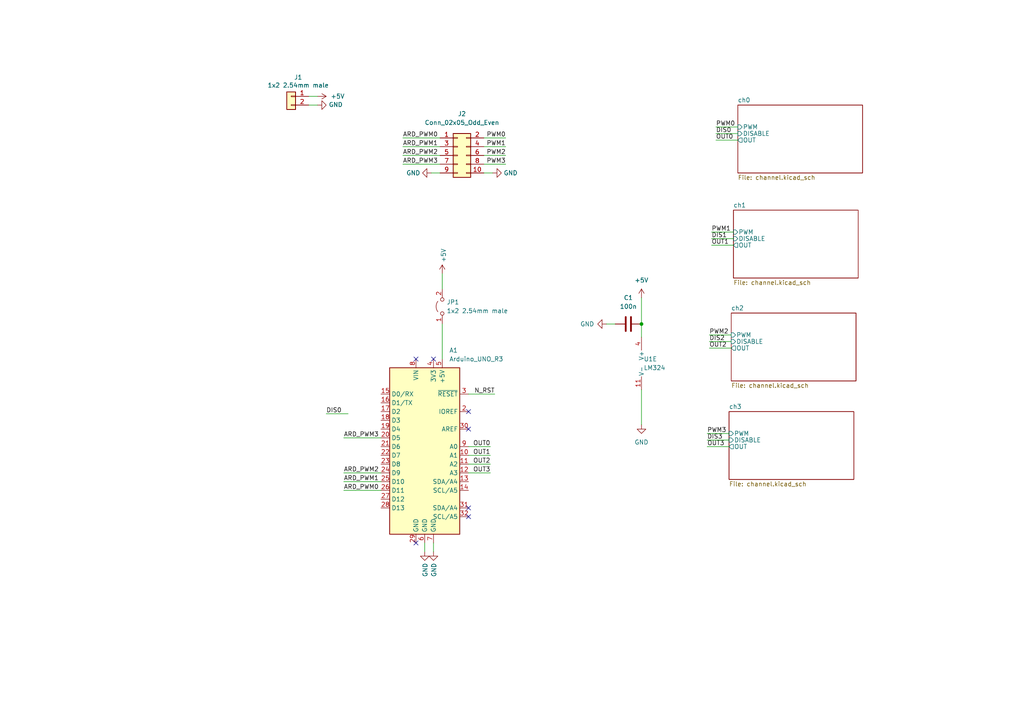
<source format=kicad_sch>
(kicad_sch (version 20211123) (generator eeschema)
  (paper "A4")
  (lib_symbols
    (symbol "Amplifier_Operational:LM324" (pin_names (offset 0.127))
      (property "Reference" "U" (at 0 5.08 0))
      (property "Value" "LM324" (at 0 -5.08 0))
      (symbol "LM324_1_1"
        (polyline (pts (xy -5.08 5.08) (xy 5.08 0) (xy -5.08 -5.08) (xy -5.08 5.08)) (stroke (width 0.254)) (fill (type background)))
        (pin output line (at 7.62 0 180) (length 2.54) (name "~") (number "1"))
        (pin input line (at -7.62 -2.54 0) (length 2.54) (name "-") (number "2"))
        (pin input line (at -7.62 2.54 0) (length 2.54) (name "+") (number "3"))
      )
      (symbol "LM324_2_1"
        (polyline (pts (xy -5.08 5.08) (xy 5.08 0) (xy -5.08 -5.08) (xy -5.08 5.08)) (stroke (width 0.254)) (fill (type background)))
        (pin input line (at -7.62 2.54 0) (length 2.54) (name "+") (number "5"))
        (pin input line (at -7.62 -2.54 0) (length 2.54) (name "-") (number "6"))
        (pin output line (at 7.62 0 180) (length 2.54) (name "~") (number "7"))
      )
      (symbol "LM324_3_1"
        (polyline (pts (xy -5.08 5.08) (xy 5.08 0) (xy -5.08 -5.08) (xy -5.08 5.08)) (stroke (width 0.254)) (fill (type background)))
        (pin input line (at -7.62 2.54 0) (length 2.54) (name "+") (number "10"))
        (pin output line (at 7.62 0 180) (length 2.54) (name "~") (number "8"))
        (pin input line (at -7.62 -2.54 0) (length 2.54) (name "-") (number "9"))
      )
      (symbol "LM324_4_1"
        (polyline (pts (xy -5.08 5.08) (xy 5.08 0) (xy -5.08 -5.08) (xy -5.08 5.08)) (stroke (width 0.254)) (fill (type background)))
        (pin input line (at -7.62 2.54 0) (length 2.54) (name "+") (number "12"))
        (pin input line (at -7.62 -2.54 0) (length 2.54) (name "-") (number "13"))
        (pin output line (at 7.62 0 180) (length 2.54) (name "~") (number "14"))
      )
      (symbol "LM324_5_1"
        (pin power_in line (at -2.54 -7.62 90) (length 3.81) (name "V-") (number "11"))
        (pin power_in line (at -2.54 7.62 270) (length 3.81) (name "V+") (number "4"))
      )
    )
    (symbol "Connector_Generic:Conn_01x02" (pin_names (offset 1.016) hide)
      (property "Reference" "J" (at 0 2.54 0))
      (property "Value" "Conn_01x02" (at 0 -5.08 0))
      (symbol "Conn_01x02_1_1"
        (rectangle (start -1.27 -2.413) (end 0 -2.667) (stroke (width 0.1524)))
        (rectangle (start -1.27 0.127) (end 0 -0.127) (stroke (width 0.1524)))
        (rectangle (start -1.27 1.27) (end 1.27 -3.81) (stroke (width 0.254)) (fill (type background)))
        (pin passive line (at -5.08 0 0) (length 3.81) (name "Pin_1") (number "1"))
        (pin passive line (at -5.08 -2.54 0) (length 3.81) (name "Pin_2") (number "2"))
      )
    )
    (symbol "Connector_Generic:Conn_02x05_Odd_Even" (pin_names (offset 1.016) hide)
      (property "Reference" "J" (at 1.27 7.62 0))
      (property "Value" "Conn_02x05_Odd_Even" (at 1.27 -7.62 0))
      (symbol "Conn_02x05_Odd_Even_1_1"
        (rectangle (start -1.27 -4.953) (end 0 -5.207) (stroke (width 0.1524)))
        (rectangle (start -1.27 -2.413) (end 0 -2.667) (stroke (width 0.1524)))
        (rectangle (start -1.27 0.127) (end 0 -0.127) (stroke (width 0.1524)))
        (rectangle (start -1.27 2.667) (end 0 2.413) (stroke (width 0.1524)))
        (rectangle (start -1.27 5.207) (end 0 4.953) (stroke (width 0.1524)))
        (rectangle (start -1.27 6.35) (end 3.81 -6.35) (stroke (width 0.254)) (fill (type background)))
        (rectangle (start 3.81 -4.953) (end 2.54 -5.207) (stroke (width 0.1524)))
        (rectangle (start 3.81 -2.413) (end 2.54 -2.667) (stroke (width 0.1524)))
        (rectangle (start 3.81 0.127) (end 2.54 -0.127) (stroke (width 0.1524)))
        (rectangle (start 3.81 2.667) (end 2.54 2.413) (stroke (width 0.1524)))
        (rectangle (start 3.81 5.207) (end 2.54 4.953) (stroke (width 0.1524)))
        (pin passive line (at -5.08 5.08 0) (length 3.81) (name "Pin_1") (number "1"))
        (pin passive line (at 7.62 -5.08 180) (length 3.81) (name "Pin_10") (number "10"))
        (pin passive line (at 7.62 5.08 180) (length 3.81) (name "Pin_2") (number "2"))
        (pin passive line (at -5.08 2.54 0) (length 3.81) (name "Pin_3") (number "3"))
        (pin passive line (at 7.62 2.54 180) (length 3.81) (name "Pin_4") (number "4"))
        (pin passive line (at -5.08 0 0) (length 3.81) (name "Pin_5") (number "5"))
        (pin passive line (at 7.62 0 180) (length 3.81) (name "Pin_6") (number "6"))
        (pin passive line (at -5.08 -2.54 0) (length 3.81) (name "Pin_7") (number "7"))
        (pin passive line (at 7.62 -2.54 180) (length 3.81) (name "Pin_8") (number "8"))
        (pin passive line (at -5.08 -5.08 0) (length 3.81) (name "Pin_9") (number "9"))
      )
    )
    (symbol "Device:C" (pin_numbers hide) (pin_names (offset 0.254))
      (property "Reference" "C" (at 0.635 2.54 0))
      (property "Value" "C" (at 0.635 -2.54 0))
      (symbol "C_0_1"
        (polyline (pts (xy -2.032 -0.762) (xy 2.032 -0.762)) (stroke (width 0.508)))
        (polyline (pts (xy -2.032 0.762) (xy 2.032 0.762)) (stroke (width 0.508)))
      )
      (symbol "C_1_1"
        (pin passive line (at 0 3.81 270) (length 2.794) (name "~") (number "1"))
        (pin passive line (at 0 -3.81 90) (length 2.794) (name "~") (number "2"))
      )
    )
    (symbol "Jumper:Jumper_2_Open" (pin_names (offset 0) hide)
      (property "Reference" "JP" (at 0 2.794 0))
      (property "Value" "Jumper_2_Open" (at 0 -2.286 0))
      (symbol "Jumper_2_Open_0_0"
        (circle (center -2.032 0) (radius 0.508))
        (circle (center 2.032 0) (radius 0.508))
      )
      (symbol "Jumper_2_Open_0_1"
        (arc (start 1.524 1.27) (mid 0 1.778) (end -1.524 1.27))
      )
      (symbol "Jumper_2_Open_1_1"
        (pin passive line (at -5.08 0 0) (length 2.54) (name "A") (number "1"))
        (pin passive line (at 5.08 0 180) (length 2.54) (name "B") (number "2"))
      )
    )
    (symbol "MCU_Module:Arduino_UNO_R3"
      (property "Reference" "A" (at -10.16 23.495 0))
      (property "Value" "Arduino_UNO_R3" (at 5.08 -26.67 0))
      (symbol "Arduino_UNO_R3_0_1"
        (rectangle (start -10.16 22.86) (end 10.16 -25.4) (stroke (width 0.254)) (fill (type background)))
      )
      (symbol "Arduino_UNO_R3_1_1"
        (pin no_connect line (at -10.16 -20.32 0) (length 2.54) hide (name "NC") (number "1"))
        (pin bidirectional line (at 12.7 -2.54 180) (length 2.54) (name "A1") (number "10"))
        (pin bidirectional line (at 12.7 -5.08 180) (length 2.54) (name "A2") (number "11"))
        (pin bidirectional line (at 12.7 -7.62 180) (length 2.54) (name "A3") (number "12"))
        (pin bidirectional line (at 12.7 -10.16 180) (length 2.54) (name "SDA/A4") (number "13"))
        (pin bidirectional line (at 12.7 -12.7 180) (length 2.54) (name "SCL/A5") (number "14"))
        (pin bidirectional line (at -12.7 15.24 0) (length 2.54) (name "D0/RX") (number "15"))
        (pin bidirectional line (at -12.7 12.7 0) (length 2.54) (name "D1/TX") (number "16"))
        (pin bidirectional line (at -12.7 10.16 0) (length 2.54) (name "D2") (number "17"))
        (pin bidirectional line (at -12.7 7.62 0) (length 2.54) (name "D3") (number "18"))
        (pin bidirectional line (at -12.7 5.08 0) (length 2.54) (name "D4") (number "19"))
        (pin output line (at 12.7 10.16 180) (length 2.54) (name "IOREF") (number "2"))
        (pin bidirectional line (at -12.7 2.54 0) (length 2.54) (name "D5") (number "20"))
        (pin bidirectional line (at -12.7 0 0) (length 2.54) (name "D6") (number "21"))
        (pin bidirectional line (at -12.7 -2.54 0) (length 2.54) (name "D7") (number "22"))
        (pin bidirectional line (at -12.7 -5.08 0) (length 2.54) (name "D8") (number "23"))
        (pin bidirectional line (at -12.7 -7.62 0) (length 2.54) (name "D9") (number "24"))
        (pin bidirectional line (at -12.7 -10.16 0) (length 2.54) (name "D10") (number "25"))
        (pin bidirectional line (at -12.7 -12.7 0) (length 2.54) (name "D11") (number "26"))
        (pin bidirectional line (at -12.7 -15.24 0) (length 2.54) (name "D12") (number "27"))
        (pin bidirectional line (at -12.7 -17.78 0) (length 2.54) (name "D13") (number "28"))
        (pin power_in line (at -2.54 -27.94 90) (length 2.54) (name "GND") (number "29"))
        (pin input line (at 12.7 15.24 180) (length 2.54) (name "~{RESET}") (number "3"))
        (pin input line (at 12.7 5.08 180) (length 2.54) (name "AREF") (number "30"))
        (pin bidirectional line (at 12.7 -17.78 180) (length 2.54) (name "SDA/A4") (number "31"))
        (pin bidirectional line (at 12.7 -20.32 180) (length 2.54) (name "SCL/A5") (number "32"))
        (pin power_out line (at 2.54 25.4 270) (length 2.54) (name "3V3") (number "4"))
        (pin power_out line (at 5.08 25.4 270) (length 2.54) (name "+5V") (number "5"))
        (pin power_in line (at 0 -27.94 90) (length 2.54) (name "GND") (number "6"))
        (pin power_in line (at 2.54 -27.94 90) (length 2.54) (name "GND") (number "7"))
        (pin power_in line (at -2.54 25.4 270) (length 2.54) (name "VIN") (number "8"))
        (pin bidirectional line (at 12.7 0 180) (length 2.54) (name "A0") (number "9"))
      )
    )
    (symbol "power:+5V" (power) (pin_names (offset 0))
      (property "Value" "+5V" (at 0 3.556 0))
      (symbol "+5V_0_1"
        (polyline (pts (xy -0.762 1.27) (xy 0 2.54)))
        (polyline (pts (xy 0 0) (xy 0 2.54)))
        (polyline (pts (xy 0 2.54) (xy 0.762 1.27)))
      )
      (symbol "+5V_1_1"
        (pin power_in line (at 0 0 90) (length 0) hide (name "+5V") (number "1"))
      )
    )
    (symbol "power:GND" (power) (pin_names (offset 0))
      (property "Value" "GND" (at 0 -3.81 0))
      (symbol "GND_0_1"
        (polyline (pts (xy 0 0) (xy 0 -1.27) (xy 1.27 -1.27) (xy 0 -2.54) (xy -1.27 -1.27) (xy 0 -1.27)))
      )
      (symbol "GND_1_1"
        (pin power_in line (at 0 0 270) (length 0) hide (name "GND") (number "1"))
      )
    )
  )
  (junction (at 186.055 93.98))
  (no_connect (at 135.89 124.46))
  (no_connect (at 135.89 147.32))
  (no_connect (at 125.73 104.14))
  (no_connect (at 135.89 119.38))
  (no_connect (at 120.65 104.14))
  (no_connect (at 135.89 149.86))
  (no_connect (at 120.65 157.48))
  (wire (pts (xy 142.24 129.54) (xy 135.89 129.54)))
  (wire (pts (xy 128.27 79.375) (xy 128.27 83.82)))
  (wire (pts (xy 99.695 137.16) (xy 110.49 137.16)))
  (wire (pts (xy 116.84 40.005) (xy 127.635 40.005)))
  (wire (pts (xy 146.685 42.545) (xy 140.335 42.545)))
  (wire (pts (xy 146.685 40.005) (xy 140.335 40.005)))
  (wire (pts (xy 186.055 113.03) (xy 186.055 123.19)))
  (wire (pts (xy 116.84 45.085) (xy 127.635 45.085)))
  (wire (pts (xy 116.84 42.545) (xy 127.635 42.545)))
  (wire (pts (xy 186.055 86.36) (xy 186.055 93.98)))
  (wire (pts (xy 186.055 93.98) (xy 186.055 97.79)))
  (wire (pts (xy 205.74 97.155) (xy 212.09 97.155)))
  (wire (pts (xy 128.27 93.98) (xy 128.27 104.14)))
  (wire (pts (xy 175.895 93.98) (xy 178.435 93.98)))
  (wire (pts (xy 205.105 129.54) (xy 211.455 129.54)))
  (wire (pts (xy 123.19 160.02) (xy 123.19 157.48)))
  (wire (pts (xy 116.84 47.625) (xy 127.635 47.625)))
  (wire (pts (xy 207.645 36.83) (xy 213.995 36.83)))
  (wire (pts (xy 207.645 38.735) (xy 213.995 38.735)))
  (wire (pts (xy 142.24 134.62) (xy 135.89 134.62)))
  (wire (pts (xy 142.24 137.16) (xy 135.89 137.16)))
  (wire (pts (xy 205.74 100.965) (xy 212.09 100.965)))
  (wire (pts (xy 99.695 142.24) (xy 110.49 142.24)))
  (wire (pts (xy 127.635 50.165) (xy 125.095 50.165)))
  (wire (pts (xy 206.375 67.31) (xy 212.725 67.31)))
  (wire (pts (xy 94.615 120.015) (xy 100.965 120.015)))
  (wire (pts (xy 205.74 99.06) (xy 212.09 99.06)))
  (wire (pts (xy 135.89 114.3) (xy 143.51 114.3)))
  (wire (pts (xy 146.685 45.085) (xy 140.335 45.085)))
  (wire (pts (xy 142.24 132.08) (xy 135.89 132.08)))
  (wire (pts (xy 92.075 30.48) (xy 89.535 30.48)))
  (wire (pts (xy 206.375 69.215) (xy 212.725 69.215)))
  (wire (pts (xy 140.335 50.165) (xy 142.875 50.165)))
  (wire (pts (xy 205.105 127.635) (xy 211.455 127.635)))
  (wire (pts (xy 99.695 139.7) (xy 110.49 139.7)))
  (wire (pts (xy 146.685 47.625) (xy 140.335 47.625)))
  (wire (pts (xy 99.695 127) (xy 110.49 127)))
  (wire (pts (xy 125.73 160.02) (xy 125.73 157.48)))
  (wire (pts (xy 92.075 27.94) (xy 89.535 27.94)))
  (wire (pts (xy 207.645 40.64) (xy 213.995 40.64)))
  (wire (pts (xy 205.105 125.73) (xy 211.455 125.73)))
  (wire (pts (xy 206.375 71.12) (xy 212.725 71.12)))
  (label "OUT1" (at 206.375 71.12 0))
  (label "DIS1" (at 206.375 69.215 0))
  (label "OUT3" (at 142.24 137.16 180))
  (label "DIS3" (at 205.105 127.635 0))
  (label "DIS0" (at 207.645 38.735 0))
  (label "ARD_PWM3" (at 116.84 47.625 0))
  (label "PWM0" (at 207.645 36.83 0))
  (label "ARD_PWM3" (at 99.695 127 0))
  (label "ARD_PWM0" (at 99.695 142.24 0))
  (label "ARD_PWM2" (at 99.695 137.16 0))
  (label "N_RST" (at 143.51 114.3 180))
  (label "DIS2" (at 205.74 99.06 0))
  (label "ARD_PWM1" (at 99.695 139.7 0))
  (label "OUT2" (at 142.24 134.62 180))
  (label "PWM1" (at 206.375 67.31 0))
  (label "OUT1" (at 142.24 132.08 180))
  (label "OUT0" (at 142.24 129.54 180))
  (label "ARD_PWM2" (at 116.84 45.085 0))
  (label "OUT3" (at 205.105 129.54 0))
  (label "PWM3" (at 146.685 47.625 180))
  (label "PWM0" (at 146.685 40.005 180))
  (label "PWM2" (at 205.74 97.155 0))
  (label "ARD_PWM0" (at 116.84 40.005 0))
  (label "ARD_PWM1" (at 116.84 42.545 0))
  (label "PWM2" (at 146.685 45.085 180))
  (label "PWM1" (at 146.685 42.545 180))
  (label "OUT2" (at 205.74 100.965 0))
  (label "DIS0" (at 94.615 120.015 0))
  (label "PWM3" (at 205.105 125.73 0))
  (label "OUT0" (at 207.645 40.64 0))
  (symbol (lib_id "power:GND") (at 123.19 160.02 0) (unit 1)
    (property "Reference" "#PWR03" (effects hide))
    (property "Value" "GND" (at 123.317 163.2712 90) (effects (justify right)))
  )
  (symbol (lib_id "power:GND") (at 125.73 160.02 0) (unit 1)
    (property "Reference" "#PWR05" (effects hide))
    (property "Value" "GND" (at 125.857 163.2712 90) (effects (justify right)))
  )
  (symbol (lib_id "power:+5V") (at 128.27 79.375 0) (unit 1)
    (property "Reference" "#PWR06" (effects hide))
    (property "Value" "+5V" (at 128.651 76.1238 90) (effects (justify left)))
  )
  (symbol (lib_id "power:GND") (at 125.095 50.165 270) (unit 1)
    (property "Reference" "#PWR04" (effects hide))
    (property "Value" "GND" (at 121.92 50.1651 90) (effects (justify right)))
  )
  (symbol (lib_id "Connector_Generic:Conn_02x05_Odd_Even") (at 132.715 45.085 0) (unit 1)
    (property "Reference" "J2" (at 133.985 33.02 0))
    (property "Value" "Conn_02x05_Odd_Even" (at 133.985 35.56 0))
    (property "Footprint" "Connector_PinSocket_2.54mm:PinSocket_2x05_P2.54mm_Vertical" (effects hide))
  )
  (symbol (lib_id "Device:C") (at 182.245 93.98 270) (unit 1)
    (property "Reference" "C1" (at 182.245 86.36 90))
    (property "Value" "100n" (at 182.245 88.9 90))
    (property "Footprint" "For_Rasterboard:C_Disc_D3.0mm_W1.6mm_P5.00mm" (effects hide))
  )
  (symbol (lib_id "MCU_Module:Arduino_UNO_R3") (at 123.19 129.54 0) (unit 1)
    (property "Reference" "A1" (at 130.2894 101.6 0) (effects (justify left)))
    (property "Value" "Arduino_UNO_R3" (at 130.2894 104.14 0) (effects (justify left)))
    (property "Footprint" "For_Rasterboard:Arduino_UNO_R3_WithMountingHoles_Snapped_to_P2.54mm" (effects hide))
    (property "Datasheet" "https://www.arduino.cc/en/Main/arduinoBoardUno" (effects hide))
  )
  (symbol (lib_id "power:+5V") (at 186.055 86.36 0) (unit 1)
    (property "Reference" "#PWR09" (effects hide))
    (property "Value" "+5V" (at 186.055 81.28 0))
  )
  (symbol (lib_id "power:+5V") (at 92.075 27.94 270) (unit 1)
    (property "Reference" "#PWR01" (effects hide))
    (property "Value" "+5V" (at 95.885 27.9399 90) (effects (justify left)))
  )
  (symbol (lib_id "power:GND") (at 186.055 123.19 0) (unit 1)
    (property "Reference" "#PWR010" (effects hide))
    (property "Value" "GND" (at 186.055 128.27 0))
  )
  (symbol (lib_id "Connector_Generic:Conn_01x02") (at 84.455 27.94 0) (mirror y) (unit 1)
    (property "Reference" "J1" (at 86.487 22.4282 0))
    (property "Value" "1x2 2.54mm male" (at 86.487 24.7396 0))
    (property "Footprint" "Extra_Common:MOLEX-22-23-2021" (effects hide))
  )
  (symbol (lib_id "Jumper:Jumper_2_Open") (at 128.27 88.9 90) (unit 1)
    (property "Reference" "JP1" (at 129.54 87.6299 90) (effects (justify right)))
    (property "Value" "1x2 2.54mm male" (at 129.54 90.1699 90) (effects (justify right)))
    (property "Footprint" "Connector_PinHeader_2.54mm:PinHeader_1x02_P2.54mm_Vertical" (effects hide))
  )
  (symbol (lib_id "power:GND") (at 142.875 50.165 90) (unit 1)
    (property "Reference" "#PWR07" (effects hide))
    (property "Value" "GND" (at 146.05 50.1649 90) (effects (justify right)))
  )
  (symbol (lib_id "power:GND") (at 92.075 30.48 90) (unit 1)
    (property "Reference" "#PWR02" (effects hide))
    (property "Value" "GND" (at 95.3262 30.353 90) (effects (justify right)))
  )
  (symbol (lib_id "power:GND") (at 175.895 93.98 270) (unit 1)
    (property "Reference" "#PWR08" (effects hide))
    (property "Value" "GND" (at 168.275 93.98 90) (effects (justify left)))
  )
  (symbol (lib_id "Amplifier_Operational:LM324") (at 188.595 105.41 0) (unit 5)
    (property "Reference" "U1" (at 186.69 104.1399 0) (effects (justify left)))
    (property "Value" "LM324" (at 186.69 106.6799 0) (effects (justify left)))
    (property "Footprint" "Package_DIP:DIP-14_W7.62mm" (effects hide))
    (property "Datasheet" "http://www.ti.com/lit/ds/symlink/lm2902-n.pdf" (effects hide))
  )
  (sheet (at 211.455 119.38) (size 36.195 19.685) (stroke (width 0.1524))
    (property "Sheet name" "ch3" (at 211.455 118.6684 0) (effects (justify left bottom)))
    (property "Sheet file" "channel.kicad_sch" (at 211.455 139.6496 0) (effects (justify left top)))
    (pin "DISABLE" input (at 211.455 127.635 180))
    (pin "OUT" output (at 211.455 129.54 180))
    (pin "PWM" input (at 211.455 125.73 180))
  )
  (sheet (at 213.995 30.48) (size 36.195 19.685) (stroke (width 0.1524))
    (property "Sheet name" "ch0" (at 213.995 29.7684 0) (effects (justify left bottom)))
    (property "Sheet file" "channel.kicad_sch" (at 213.995 50.7496 0) (effects (justify left top)))
    (pin "DISABLE" input (at 213.995 38.735 180))
    (pin "OUT" output (at 213.995 40.64 180))
    (pin "PWM" input (at 213.995 36.83 180))
  )
  (sheet (at 212.09 90.805) (size 36.195 19.685) (stroke (width 0.1524))
    (property "Sheet name" "ch2" (at 212.09 90.0934 0) (effects (justify left bottom)))
    (property "Sheet file" "channel.kicad_sch" (at 212.09 111.0746 0) (effects (justify left top)))
    (pin "DISABLE" input (at 212.09 99.06 180))
    (pin "OUT" output (at 212.09 100.965 180))
    (pin "PWM" input (at 212.09 97.155 180))
  )
  (sheet (at 212.725 60.96) (size 36.195 19.685) (stroke (width 0.1524))
    (property "Sheet name" "ch1" (at 212.725 60.2484 0) (effects (justify left bottom)))
    (property "Sheet file" "channel.kicad_sch" (at 212.725 81.2296 0) (effects (justify left top)))
    (pin "DISABLE" input (at 212.725 69.215 180))
    (pin "OUT" output (at 212.725 71.12 180))
    (pin "PWM" input (at 212.725 67.31 180))
  )
)
</source>
